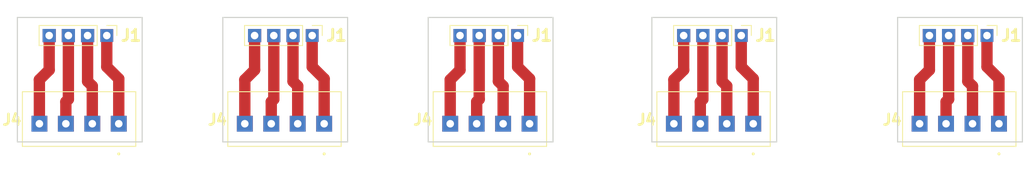
<source format=kicad_pcb>
(kicad_pcb (version 4) (host pcbnew 4.0.7)

  (general
    (links 4)
    (no_connects 4)
    (area 0 0 0 0)
    (thickness 1.6)
    (drawings 20)
    (tracks 60)
    (zones 0)
    (modules 10)
    (nets 5)
  )

  (page A4)
  (layers
    (0 F.Cu signal)
    (31 B.Cu signal)
    (32 B.Adhes user)
    (33 F.Adhes user)
    (34 B.Paste user)
    (35 F.Paste user)
    (36 B.SilkS user)
    (37 F.SilkS user)
    (38 B.Mask user)
    (39 F.Mask user)
    (40 Dwgs.User user)
    (41 Cmts.User user)
    (42 Eco1.User user)
    (43 Eco2.User user)
    (44 Edge.Cuts user)
    (45 Margin user)
    (46 B.CrtYd user)
    (47 F.CrtYd user)
    (48 B.Fab user)
    (49 F.Fab user)
  )

  (setup
    (last_trace_width 1.5)
    (user_trace_width 1.4)
    (user_trace_width 1.5)
    (user_trace_width 1.6)
    (user_trace_width 1.8)
    (trace_clearance 0.2)
    (zone_clearance 0.508)
    (zone_45_only no)
    (trace_min 0.2)
    (segment_width 0.2)
    (edge_width 0.15)
    (via_size 0.6)
    (via_drill 0.4)
    (via_min_size 0.4)
    (via_min_drill 0.3)
    (uvia_size 0.3)
    (uvia_drill 0.1)
    (uvias_allowed no)
    (uvia_min_size 0.2)
    (uvia_min_drill 0.1)
    (pcb_text_width 0.3)
    (pcb_text_size 1.5 1.5)
    (mod_edge_width 0.15)
    (mod_text_size 1 1)
    (mod_text_width 0.15)
    (pad_size 2.1 2.1)
    (pad_drill 1)
    (pad_to_mask_clearance 0.2)
    (aux_axis_origin 0 0)
    (visible_elements FFFFFF7F)
    (pcbplotparams
      (layerselection 0x00030_80000001)
      (usegerberextensions false)
      (excludeedgelayer true)
      (linewidth 0.100000)
      (plotframeref false)
      (viasonmask false)
      (mode 1)
      (useauxorigin false)
      (hpglpennumber 1)
      (hpglpenspeed 20)
      (hpglpendiameter 15)
      (hpglpenoverlay 2)
      (psnegative false)
      (psa4output false)
      (plotreference true)
      (plotvalue true)
      (plotinvisibletext false)
      (padsonsilk false)
      (subtractmaskfromsilk false)
      (outputformat 1)
      (mirror false)
      (drillshape 1)
      (scaleselection 1)
      (outputdirectory ""))
  )

  (net 0 "")
  (net 1 "Net-(J1-Pad1)")
  (net 2 "Net-(J1-Pad2)")
  (net 3 "Net-(J1-Pad3)")
  (net 4 "Net-(J1-Pad4)")

  (net_class Default "This is the default net class."
    (clearance 0.2)
    (trace_width 0.25)
    (via_dia 0.6)
    (via_drill 0.4)
    (uvia_dia 0.3)
    (uvia_drill 0.1)
    (add_net "Net-(J1-Pad1)")
    (add_net "Net-(J1-Pad2)")
    (add_net "Net-(J1-Pad3)")
    (add_net "Net-(J1-Pad4)")
  )

  (module Pin_Headers:Pin_Header_Straight_1x04_Pitch2.54mm (layer F.Cu) (tedit 63C11CAE) (tstamp 63C11F0C)
    (at 199.786904 79.997462 270)
    (descr "Through hole straight pin header, 1x04, 2.54mm pitch, single row")
    (tags "Through hole pin header THT 1x04 2.54mm single row")
    (path /63C11A77)
    (fp_text reference J1 (at -0.010322 -3.217516 360) (layer F.SilkS)
      (effects (font (size 1.5 1.5) (thickness 0.375)))
    )
    (fp_text value SENSOR_FOOT (at -3.180242 3.498244 360) (layer F.Fab)
      (effects (font (size 1.5 1.5) (thickness 0.375)))
    )
    (fp_line (start -0.635 -1.27) (end 1.27 -1.27) (layer F.Fab) (width 0.1))
    (fp_line (start 1.27 -1.27) (end 1.27 8.89) (layer F.Fab) (width 0.1))
    (fp_line (start 1.27 8.89) (end -1.27 8.89) (layer F.Fab) (width 0.1))
    (fp_line (start -1.27 8.89) (end -1.27 -0.635) (layer F.Fab) (width 0.1))
    (fp_line (start -1.27 -0.635) (end -0.635 -1.27) (layer F.Fab) (width 0.1))
    (fp_line (start -1.33 8.95) (end 1.33 8.95) (layer F.SilkS) (width 0.12))
    (fp_line (start -1.33 1.27) (end -1.33 8.95) (layer F.SilkS) (width 0.12))
    (fp_line (start 1.33 1.27) (end 1.33 8.95) (layer F.SilkS) (width 0.12))
    (fp_line (start -1.33 1.27) (end 1.33 1.27) (layer F.SilkS) (width 0.12))
    (fp_line (start -1.33 0) (end -1.33 -1.33) (layer F.SilkS) (width 0.12))
    (fp_line (start -1.33 -1.33) (end 0 -1.33) (layer F.SilkS) (width 0.12))
    (fp_line (start -1.8 -1.8) (end -1.8 9.4) (layer F.CrtYd) (width 0.05))
    (fp_line (start -1.8 9.4) (end 1.8 9.4) (layer F.CrtYd) (width 0.05))
    (fp_line (start 1.8 9.4) (end 1.8 -1.8) (layer F.CrtYd) (width 0.05))
    (fp_line (start 1.8 -1.8) (end -1.8 -1.8) (layer F.CrtYd) (width 0.05))
    (fp_text user "" (at 0 3.81 360) (layer F.Fab)
      (effects (font (size 1 1) (thickness 0.15)))
    )
    (pad 1 thru_hole rect (at 0 0 270) (size 1.7 1.7) (drill 1) (layers *.Cu *.Mask)
      (net 1 "Net-(J1-Pad1)"))
    (pad 2 thru_hole rect (at 0 2.54 270) (size 1.75 1.75) (drill 1) (layers *.Cu *.Mask)
      (net 2 "Net-(J1-Pad2)"))
    (pad 3 thru_hole rect (at 0 5.08 270) (size 1.75 1.75) (drill 1) (layers *.Cu *.Mask)
      (net 3 "Net-(J1-Pad3)"))
    (pad 4 thru_hole rect (at 0 7.62 270) (size 1.75 1.75) (drill 1) (layers *.Cu *.Mask)
      (net 4 "Net-(J1-Pad4)"))
    (model ${KISYS3DMOD}/Pin_Headers.3dshapes/Pin_Header_Straight_1x04_Pitch2.54mm.wrl
      (at (xyz 0 0 0))
      (scale (xyz 1 1 1))
      (rotate (xyz 0 0 0))
    )
  )

  (module libraries:TE_284514-4 (layer F.Cu) (tedit 63C11D01) (tstamp 63C11EF7)
    (at 196.12084 91.70162 180)
    (path /63C11981)
    (fp_text reference J4 (at 8.87712 0.52832 180) (layer F.SilkS)
      (effects (font (size 1.4 1.4) (thickness 0.35)))
    )
    (fp_text value HCSRO4_FOOT (at 0.053824 -4.998558 180) (layer F.Fab)
      (effects (font (size 1.5 1.5) (thickness 0.375)))
    )
    (fp_line (start -7.5 4.25) (end -7.5 -3) (layer F.Fab) (width 0.127))
    (fp_line (start -7.5 -3) (end 7.5 -3) (layer F.Fab) (width 0.127))
    (fp_line (start 7.5 -3) (end 7.5 4.25) (layer F.Fab) (width 0.127))
    (fp_line (start 7.5 4.25) (end -7.5 4.25) (layer F.Fab) (width 0.127))
    (fp_line (start -7.5 4.25) (end -7.5 -3) (layer F.SilkS) (width 0.127))
    (fp_line (start -7.5 -3) (end 7.5 -3) (layer F.SilkS) (width 0.127))
    (fp_line (start 7.5 -3) (end 7.5 4.25) (layer F.SilkS) (width 0.127))
    (fp_line (start 7.5 4.25) (end -7.5 4.25) (layer F.SilkS) (width 0.127))
    (fp_line (start -7.75 4.5) (end -7.75 -3.25) (layer F.CrtYd) (width 0.05))
    (fp_line (start -7.75 -3.25) (end 7.75 -3.25) (layer F.CrtYd) (width 0.05))
    (fp_line (start 7.75 -3.25) (end 7.75 4.5) (layer F.CrtYd) (width 0.05))
    (fp_line (start 7.75 4.5) (end -7.75 4.5) (layer F.CrtYd) (width 0.05))
    (fp_circle (center -5.25 -4) (end -5.15 -4) (layer F.SilkS) (width 0.2))
    (fp_circle (center -5.25 -4) (end -5.15 -4) (layer F.Fab) (width 0.2))
    (pad 1 thru_hole rect (at -5.25 0 180) (size 2.1 2.1) (drill 1) (layers *.Cu *.Mask)
      (net 1 "Net-(J1-Pad1)"))
    (pad 2 thru_hole rect (at -1.75 0 180) (size 2.1 2.1) (drill 1) (layers *.Cu *.Mask)
      (net 2 "Net-(J1-Pad2)"))
    (pad 3 thru_hole rect (at 1.75 0 180) (size 2.1 2.1) (drill 1) (layers *.Cu *.Mask)
      (net 3 "Net-(J1-Pad3)"))
    (pad 4 thru_hole rect (at 5.25 0 180) (size 2.1 2.1) (drill 1) (layers *.Cu *.Mask)
      (net 4 "Net-(J1-Pad4)"))
  )

  (module Pin_Headers:Pin_Header_Straight_1x04_Pitch2.54mm (layer F.Cu) (tedit 63C11CAE) (tstamp 63C11EE0)
    (at 167.274904 79.997462 270)
    (descr "Through hole straight pin header, 1x04, 2.54mm pitch, single row")
    (tags "Through hole pin header THT 1x04 2.54mm single row")
    (path /63C11A77)
    (fp_text reference J1 (at -0.010322 -3.217516 360) (layer F.SilkS)
      (effects (font (size 1.5 1.5) (thickness 0.375)))
    )
    (fp_text value SENSOR_FOOT (at -3.180242 3.498244 360) (layer F.Fab)
      (effects (font (size 1.5 1.5) (thickness 0.375)))
    )
    (fp_line (start -0.635 -1.27) (end 1.27 -1.27) (layer F.Fab) (width 0.1))
    (fp_line (start 1.27 -1.27) (end 1.27 8.89) (layer F.Fab) (width 0.1))
    (fp_line (start 1.27 8.89) (end -1.27 8.89) (layer F.Fab) (width 0.1))
    (fp_line (start -1.27 8.89) (end -1.27 -0.635) (layer F.Fab) (width 0.1))
    (fp_line (start -1.27 -0.635) (end -0.635 -1.27) (layer F.Fab) (width 0.1))
    (fp_line (start -1.33 8.95) (end 1.33 8.95) (layer F.SilkS) (width 0.12))
    (fp_line (start -1.33 1.27) (end -1.33 8.95) (layer F.SilkS) (width 0.12))
    (fp_line (start 1.33 1.27) (end 1.33 8.95) (layer F.SilkS) (width 0.12))
    (fp_line (start -1.33 1.27) (end 1.33 1.27) (layer F.SilkS) (width 0.12))
    (fp_line (start -1.33 0) (end -1.33 -1.33) (layer F.SilkS) (width 0.12))
    (fp_line (start -1.33 -1.33) (end 0 -1.33) (layer F.SilkS) (width 0.12))
    (fp_line (start -1.8 -1.8) (end -1.8 9.4) (layer F.CrtYd) (width 0.05))
    (fp_line (start -1.8 9.4) (end 1.8 9.4) (layer F.CrtYd) (width 0.05))
    (fp_line (start 1.8 9.4) (end 1.8 -1.8) (layer F.CrtYd) (width 0.05))
    (fp_line (start 1.8 -1.8) (end -1.8 -1.8) (layer F.CrtYd) (width 0.05))
    (fp_text user "" (at 0 3.81 360) (layer F.Fab)
      (effects (font (size 1 1) (thickness 0.15)))
    )
    (pad 1 thru_hole rect (at 0 0 270) (size 1.7 1.7) (drill 1) (layers *.Cu *.Mask)
      (net 1 "Net-(J1-Pad1)"))
    (pad 2 thru_hole rect (at 0 2.54 270) (size 1.75 1.75) (drill 1) (layers *.Cu *.Mask)
      (net 2 "Net-(J1-Pad2)"))
    (pad 3 thru_hole rect (at 0 5.08 270) (size 1.75 1.75) (drill 1) (layers *.Cu *.Mask)
      (net 3 "Net-(J1-Pad3)"))
    (pad 4 thru_hole rect (at 0 7.62 270) (size 1.75 1.75) (drill 1) (layers *.Cu *.Mask)
      (net 4 "Net-(J1-Pad4)"))
    (model ${KISYS3DMOD}/Pin_Headers.3dshapes/Pin_Header_Straight_1x04_Pitch2.54mm.wrl
      (at (xyz 0 0 0))
      (scale (xyz 1 1 1))
      (rotate (xyz 0 0 0))
    )
  )

  (module libraries:TE_284514-4 (layer F.Cu) (tedit 63C11D01) (tstamp 63C11ECB)
    (at 163.60884 91.70162 180)
    (path /63C11981)
    (fp_text reference J4 (at 8.87712 0.52832 180) (layer F.SilkS)
      (effects (font (size 1.4 1.4) (thickness 0.35)))
    )
    (fp_text value HCSRO4_FOOT (at 0.053824 -4.998558 180) (layer F.Fab)
      (effects (font (size 1.5 1.5) (thickness 0.375)))
    )
    (fp_line (start -7.5 4.25) (end -7.5 -3) (layer F.Fab) (width 0.127))
    (fp_line (start -7.5 -3) (end 7.5 -3) (layer F.Fab) (width 0.127))
    (fp_line (start 7.5 -3) (end 7.5 4.25) (layer F.Fab) (width 0.127))
    (fp_line (start 7.5 4.25) (end -7.5 4.25) (layer F.Fab) (width 0.127))
    (fp_line (start -7.5 4.25) (end -7.5 -3) (layer F.SilkS) (width 0.127))
    (fp_line (start -7.5 -3) (end 7.5 -3) (layer F.SilkS) (width 0.127))
    (fp_line (start 7.5 -3) (end 7.5 4.25) (layer F.SilkS) (width 0.127))
    (fp_line (start 7.5 4.25) (end -7.5 4.25) (layer F.SilkS) (width 0.127))
    (fp_line (start -7.75 4.5) (end -7.75 -3.25) (layer F.CrtYd) (width 0.05))
    (fp_line (start -7.75 -3.25) (end 7.75 -3.25) (layer F.CrtYd) (width 0.05))
    (fp_line (start 7.75 -3.25) (end 7.75 4.5) (layer F.CrtYd) (width 0.05))
    (fp_line (start 7.75 4.5) (end -7.75 4.5) (layer F.CrtYd) (width 0.05))
    (fp_circle (center -5.25 -4) (end -5.15 -4) (layer F.SilkS) (width 0.2))
    (fp_circle (center -5.25 -4) (end -5.15 -4) (layer F.Fab) (width 0.2))
    (pad 1 thru_hole rect (at -5.25 0 180) (size 2.1 2.1) (drill 1) (layers *.Cu *.Mask)
      (net 1 "Net-(J1-Pad1)"))
    (pad 2 thru_hole rect (at -1.75 0 180) (size 2.1 2.1) (drill 1) (layers *.Cu *.Mask)
      (net 2 "Net-(J1-Pad2)"))
    (pad 3 thru_hole rect (at 1.75 0 180) (size 2.1 2.1) (drill 1) (layers *.Cu *.Mask)
      (net 3 "Net-(J1-Pad3)"))
    (pad 4 thru_hole rect (at 5.25 0 180) (size 2.1 2.1) (drill 1) (layers *.Cu *.Mask)
      (net 4 "Net-(J1-Pad4)"))
  )

  (module Pin_Headers:Pin_Header_Straight_1x04_Pitch2.54mm (layer F.Cu) (tedit 63C11CAE) (tstamp 63C11EB4)
    (at 137.683904 79.997462 270)
    (descr "Through hole straight pin header, 1x04, 2.54mm pitch, single row")
    (tags "Through hole pin header THT 1x04 2.54mm single row")
    (path /63C11A77)
    (fp_text reference J1 (at -0.010322 -3.217516 360) (layer F.SilkS)
      (effects (font (size 1.5 1.5) (thickness 0.375)))
    )
    (fp_text value SENSOR_FOOT (at -3.180242 3.498244 360) (layer F.Fab)
      (effects (font (size 1.5 1.5) (thickness 0.375)))
    )
    (fp_line (start -0.635 -1.27) (end 1.27 -1.27) (layer F.Fab) (width 0.1))
    (fp_line (start 1.27 -1.27) (end 1.27 8.89) (layer F.Fab) (width 0.1))
    (fp_line (start 1.27 8.89) (end -1.27 8.89) (layer F.Fab) (width 0.1))
    (fp_line (start -1.27 8.89) (end -1.27 -0.635) (layer F.Fab) (width 0.1))
    (fp_line (start -1.27 -0.635) (end -0.635 -1.27) (layer F.Fab) (width 0.1))
    (fp_line (start -1.33 8.95) (end 1.33 8.95) (layer F.SilkS) (width 0.12))
    (fp_line (start -1.33 1.27) (end -1.33 8.95) (layer F.SilkS) (width 0.12))
    (fp_line (start 1.33 1.27) (end 1.33 8.95) (layer F.SilkS) (width 0.12))
    (fp_line (start -1.33 1.27) (end 1.33 1.27) (layer F.SilkS) (width 0.12))
    (fp_line (start -1.33 0) (end -1.33 -1.33) (layer F.SilkS) (width 0.12))
    (fp_line (start -1.33 -1.33) (end 0 -1.33) (layer F.SilkS) (width 0.12))
    (fp_line (start -1.8 -1.8) (end -1.8 9.4) (layer F.CrtYd) (width 0.05))
    (fp_line (start -1.8 9.4) (end 1.8 9.4) (layer F.CrtYd) (width 0.05))
    (fp_line (start 1.8 9.4) (end 1.8 -1.8) (layer F.CrtYd) (width 0.05))
    (fp_line (start 1.8 -1.8) (end -1.8 -1.8) (layer F.CrtYd) (width 0.05))
    (fp_text user "" (at 0 3.81 360) (layer F.Fab)
      (effects (font (size 1 1) (thickness 0.15)))
    )
    (pad 1 thru_hole rect (at 0 0 270) (size 1.7 1.7) (drill 1) (layers *.Cu *.Mask)
      (net 1 "Net-(J1-Pad1)"))
    (pad 2 thru_hole rect (at 0 2.54 270) (size 1.75 1.75) (drill 1) (layers *.Cu *.Mask)
      (net 2 "Net-(J1-Pad2)"))
    (pad 3 thru_hole rect (at 0 5.08 270) (size 1.75 1.75) (drill 1) (layers *.Cu *.Mask)
      (net 3 "Net-(J1-Pad3)"))
    (pad 4 thru_hole rect (at 0 7.62 270) (size 1.75 1.75) (drill 1) (layers *.Cu *.Mask)
      (net 4 "Net-(J1-Pad4)"))
    (model ${KISYS3DMOD}/Pin_Headers.3dshapes/Pin_Header_Straight_1x04_Pitch2.54mm.wrl
      (at (xyz 0 0 0))
      (scale (xyz 1 1 1))
      (rotate (xyz 0 0 0))
    )
  )

  (module libraries:TE_284514-4 (layer F.Cu) (tedit 63C11D01) (tstamp 63C11E9F)
    (at 134.01784 91.70162 180)
    (path /63C11981)
    (fp_text reference J4 (at 8.87712 0.52832 180) (layer F.SilkS)
      (effects (font (size 1.4 1.4) (thickness 0.35)))
    )
    (fp_text value HCSRO4_FOOT (at 0.053824 -4.998558 180) (layer F.Fab)
      (effects (font (size 1.5 1.5) (thickness 0.375)))
    )
    (fp_line (start -7.5 4.25) (end -7.5 -3) (layer F.Fab) (width 0.127))
    (fp_line (start -7.5 -3) (end 7.5 -3) (layer F.Fab) (width 0.127))
    (fp_line (start 7.5 -3) (end 7.5 4.25) (layer F.Fab) (width 0.127))
    (fp_line (start 7.5 4.25) (end -7.5 4.25) (layer F.Fab) (width 0.127))
    (fp_line (start -7.5 4.25) (end -7.5 -3) (layer F.SilkS) (width 0.127))
    (fp_line (start -7.5 -3) (end 7.5 -3) (layer F.SilkS) (width 0.127))
    (fp_line (start 7.5 -3) (end 7.5 4.25) (layer F.SilkS) (width 0.127))
    (fp_line (start 7.5 4.25) (end -7.5 4.25) (layer F.SilkS) (width 0.127))
    (fp_line (start -7.75 4.5) (end -7.75 -3.25) (layer F.CrtYd) (width 0.05))
    (fp_line (start -7.75 -3.25) (end 7.75 -3.25) (layer F.CrtYd) (width 0.05))
    (fp_line (start 7.75 -3.25) (end 7.75 4.5) (layer F.CrtYd) (width 0.05))
    (fp_line (start 7.75 4.5) (end -7.75 4.5) (layer F.CrtYd) (width 0.05))
    (fp_circle (center -5.25 -4) (end -5.15 -4) (layer F.SilkS) (width 0.2))
    (fp_circle (center -5.25 -4) (end -5.15 -4) (layer F.Fab) (width 0.2))
    (pad 1 thru_hole rect (at -5.25 0 180) (size 2.1 2.1) (drill 1) (layers *.Cu *.Mask)
      (net 1 "Net-(J1-Pad1)"))
    (pad 2 thru_hole rect (at -1.75 0 180) (size 2.1 2.1) (drill 1) (layers *.Cu *.Mask)
      (net 2 "Net-(J1-Pad2)"))
    (pad 3 thru_hole rect (at 1.75 0 180) (size 2.1 2.1) (drill 1) (layers *.Cu *.Mask)
      (net 3 "Net-(J1-Pad3)"))
    (pad 4 thru_hole rect (at 5.25 0 180) (size 2.1 2.1) (drill 1) (layers *.Cu *.Mask)
      (net 4 "Net-(J1-Pad4)"))
  )

  (module Pin_Headers:Pin_Header_Straight_1x04_Pitch2.54mm (layer F.Cu) (tedit 63C11CAE) (tstamp 63C11E88)
    (at 110.505904 79.997462 270)
    (descr "Through hole straight pin header, 1x04, 2.54mm pitch, single row")
    (tags "Through hole pin header THT 1x04 2.54mm single row")
    (path /63C11A77)
    (fp_text reference J1 (at -0.010322 -3.217516 360) (layer F.SilkS)
      (effects (font (size 1.5 1.5) (thickness 0.375)))
    )
    (fp_text value SENSOR_FOOT (at -3.180242 3.498244 360) (layer F.Fab)
      (effects (font (size 1.5 1.5) (thickness 0.375)))
    )
    (fp_line (start -0.635 -1.27) (end 1.27 -1.27) (layer F.Fab) (width 0.1))
    (fp_line (start 1.27 -1.27) (end 1.27 8.89) (layer F.Fab) (width 0.1))
    (fp_line (start 1.27 8.89) (end -1.27 8.89) (layer F.Fab) (width 0.1))
    (fp_line (start -1.27 8.89) (end -1.27 -0.635) (layer F.Fab) (width 0.1))
    (fp_line (start -1.27 -0.635) (end -0.635 -1.27) (layer F.Fab) (width 0.1))
    (fp_line (start -1.33 8.95) (end 1.33 8.95) (layer F.SilkS) (width 0.12))
    (fp_line (start -1.33 1.27) (end -1.33 8.95) (layer F.SilkS) (width 0.12))
    (fp_line (start 1.33 1.27) (end 1.33 8.95) (layer F.SilkS) (width 0.12))
    (fp_line (start -1.33 1.27) (end 1.33 1.27) (layer F.SilkS) (width 0.12))
    (fp_line (start -1.33 0) (end -1.33 -1.33) (layer F.SilkS) (width 0.12))
    (fp_line (start -1.33 -1.33) (end 0 -1.33) (layer F.SilkS) (width 0.12))
    (fp_line (start -1.8 -1.8) (end -1.8 9.4) (layer F.CrtYd) (width 0.05))
    (fp_line (start -1.8 9.4) (end 1.8 9.4) (layer F.CrtYd) (width 0.05))
    (fp_line (start 1.8 9.4) (end 1.8 -1.8) (layer F.CrtYd) (width 0.05))
    (fp_line (start 1.8 -1.8) (end -1.8 -1.8) (layer F.CrtYd) (width 0.05))
    (fp_text user "" (at 0 3.81 360) (layer F.Fab)
      (effects (font (size 1 1) (thickness 0.15)))
    )
    (pad 1 thru_hole rect (at 0 0 270) (size 1.7 1.7) (drill 1) (layers *.Cu *.Mask)
      (net 1 "Net-(J1-Pad1)"))
    (pad 2 thru_hole rect (at 0 2.54 270) (size 1.75 1.75) (drill 1) (layers *.Cu *.Mask)
      (net 2 "Net-(J1-Pad2)"))
    (pad 3 thru_hole rect (at 0 5.08 270) (size 1.75 1.75) (drill 1) (layers *.Cu *.Mask)
      (net 3 "Net-(J1-Pad3)"))
    (pad 4 thru_hole rect (at 0 7.62 270) (size 1.75 1.75) (drill 1) (layers *.Cu *.Mask)
      (net 4 "Net-(J1-Pad4)"))
    (model ${KISYS3DMOD}/Pin_Headers.3dshapes/Pin_Header_Straight_1x04_Pitch2.54mm.wrl
      (at (xyz 0 0 0))
      (scale (xyz 1 1 1))
      (rotate (xyz 0 0 0))
    )
  )

  (module libraries:TE_284514-4 (layer F.Cu) (tedit 63C11D01) (tstamp 63C11E73)
    (at 106.83984 91.70162 180)
    (path /63C11981)
    (fp_text reference J4 (at 8.87712 0.52832 180) (layer F.SilkS)
      (effects (font (size 1.4 1.4) (thickness 0.35)))
    )
    (fp_text value HCSRO4_FOOT (at 0.053824 -4.998558 180) (layer F.Fab)
      (effects (font (size 1.5 1.5) (thickness 0.375)))
    )
    (fp_line (start -7.5 4.25) (end -7.5 -3) (layer F.Fab) (width 0.127))
    (fp_line (start -7.5 -3) (end 7.5 -3) (layer F.Fab) (width 0.127))
    (fp_line (start 7.5 -3) (end 7.5 4.25) (layer F.Fab) (width 0.127))
    (fp_line (start 7.5 4.25) (end -7.5 4.25) (layer F.Fab) (width 0.127))
    (fp_line (start -7.5 4.25) (end -7.5 -3) (layer F.SilkS) (width 0.127))
    (fp_line (start -7.5 -3) (end 7.5 -3) (layer F.SilkS) (width 0.127))
    (fp_line (start 7.5 -3) (end 7.5 4.25) (layer F.SilkS) (width 0.127))
    (fp_line (start 7.5 4.25) (end -7.5 4.25) (layer F.SilkS) (width 0.127))
    (fp_line (start -7.75 4.5) (end -7.75 -3.25) (layer F.CrtYd) (width 0.05))
    (fp_line (start -7.75 -3.25) (end 7.75 -3.25) (layer F.CrtYd) (width 0.05))
    (fp_line (start 7.75 -3.25) (end 7.75 4.5) (layer F.CrtYd) (width 0.05))
    (fp_line (start 7.75 4.5) (end -7.75 4.5) (layer F.CrtYd) (width 0.05))
    (fp_circle (center -5.25 -4) (end -5.15 -4) (layer F.SilkS) (width 0.2))
    (fp_circle (center -5.25 -4) (end -5.15 -4) (layer F.Fab) (width 0.2))
    (pad 1 thru_hole rect (at -5.25 0 180) (size 2.1 2.1) (drill 1) (layers *.Cu *.Mask)
      (net 1 "Net-(J1-Pad1)"))
    (pad 2 thru_hole rect (at -1.75 0 180) (size 2.1 2.1) (drill 1) (layers *.Cu *.Mask)
      (net 2 "Net-(J1-Pad2)"))
    (pad 3 thru_hole rect (at 1.75 0 180) (size 2.1 2.1) (drill 1) (layers *.Cu *.Mask)
      (net 3 "Net-(J1-Pad3)"))
    (pad 4 thru_hole rect (at 5.25 0 180) (size 2.1 2.1) (drill 1) (layers *.Cu *.Mask)
      (net 4 "Net-(J1-Pad4)"))
  )

  (module Pin_Headers:Pin_Header_Straight_1x04_Pitch2.54mm (layer F.Cu) (tedit 63C11CAE) (tstamp 63C11BC2)
    (at 83.327904 79.997462 270)
    (descr "Through hole straight pin header, 1x04, 2.54mm pitch, single row")
    (tags "Through hole pin header THT 1x04 2.54mm single row")
    (path /63C11A77)
    (fp_text reference J1 (at -0.010322 -3.217516 360) (layer F.SilkS)
      (effects (font (size 1.5 1.5) (thickness 0.375)))
    )
    (fp_text value SENSOR_FOOT (at -3.180242 3.498244 360) (layer F.Fab)
      (effects (font (size 1.5 1.5) (thickness 0.375)))
    )
    (fp_line (start -0.635 -1.27) (end 1.27 -1.27) (layer F.Fab) (width 0.1))
    (fp_line (start 1.27 -1.27) (end 1.27 8.89) (layer F.Fab) (width 0.1))
    (fp_line (start 1.27 8.89) (end -1.27 8.89) (layer F.Fab) (width 0.1))
    (fp_line (start -1.27 8.89) (end -1.27 -0.635) (layer F.Fab) (width 0.1))
    (fp_line (start -1.27 -0.635) (end -0.635 -1.27) (layer F.Fab) (width 0.1))
    (fp_line (start -1.33 8.95) (end 1.33 8.95) (layer F.SilkS) (width 0.12))
    (fp_line (start -1.33 1.27) (end -1.33 8.95) (layer F.SilkS) (width 0.12))
    (fp_line (start 1.33 1.27) (end 1.33 8.95) (layer F.SilkS) (width 0.12))
    (fp_line (start -1.33 1.27) (end 1.33 1.27) (layer F.SilkS) (width 0.12))
    (fp_line (start -1.33 0) (end -1.33 -1.33) (layer F.SilkS) (width 0.12))
    (fp_line (start -1.33 -1.33) (end 0 -1.33) (layer F.SilkS) (width 0.12))
    (fp_line (start -1.8 -1.8) (end -1.8 9.4) (layer F.CrtYd) (width 0.05))
    (fp_line (start -1.8 9.4) (end 1.8 9.4) (layer F.CrtYd) (width 0.05))
    (fp_line (start 1.8 9.4) (end 1.8 -1.8) (layer F.CrtYd) (width 0.05))
    (fp_line (start 1.8 -1.8) (end -1.8 -1.8) (layer F.CrtYd) (width 0.05))
    (fp_text user "" (at 0 3.81 360) (layer F.Fab)
      (effects (font (size 1 1) (thickness 0.15)))
    )
    (pad 1 thru_hole rect (at 0 0 270) (size 1.7 1.7) (drill 1) (layers *.Cu *.Mask)
      (net 1 "Net-(J1-Pad1)"))
    (pad 2 thru_hole rect (at 0 2.54 270) (size 1.75 1.75) (drill 1) (layers *.Cu *.Mask)
      (net 2 "Net-(J1-Pad2)"))
    (pad 3 thru_hole rect (at 0 5.08 270) (size 1.75 1.75) (drill 1) (layers *.Cu *.Mask)
      (net 3 "Net-(J1-Pad3)"))
    (pad 4 thru_hole rect (at 0 7.62 270) (size 1.75 1.75) (drill 1) (layers *.Cu *.Mask)
      (net 4 "Net-(J1-Pad4)"))
    (model ${KISYS3DMOD}/Pin_Headers.3dshapes/Pin_Header_Straight_1x04_Pitch2.54mm.wrl
      (at (xyz 0 0 0))
      (scale (xyz 1 1 1))
      (rotate (xyz 0 0 0))
    )
  )

  (module libraries:TE_284514-4 (layer F.Cu) (tedit 63C11D01) (tstamp 63C11BCA)
    (at 79.66184 91.70162 180)
    (path /63C11981)
    (fp_text reference J4 (at 8.87712 0.52832 180) (layer F.SilkS)
      (effects (font (size 1.4 1.4) (thickness 0.35)))
    )
    (fp_text value HCSRO4_FOOT (at 0.053824 -4.998558 180) (layer F.Fab)
      (effects (font (size 1.5 1.5) (thickness 0.375)))
    )
    (fp_line (start -7.5 4.25) (end -7.5 -3) (layer F.Fab) (width 0.127))
    (fp_line (start -7.5 -3) (end 7.5 -3) (layer F.Fab) (width 0.127))
    (fp_line (start 7.5 -3) (end 7.5 4.25) (layer F.Fab) (width 0.127))
    (fp_line (start 7.5 4.25) (end -7.5 4.25) (layer F.Fab) (width 0.127))
    (fp_line (start -7.5 4.25) (end -7.5 -3) (layer F.SilkS) (width 0.127))
    (fp_line (start -7.5 -3) (end 7.5 -3) (layer F.SilkS) (width 0.127))
    (fp_line (start 7.5 -3) (end 7.5 4.25) (layer F.SilkS) (width 0.127))
    (fp_line (start 7.5 4.25) (end -7.5 4.25) (layer F.SilkS) (width 0.127))
    (fp_line (start -7.75 4.5) (end -7.75 -3.25) (layer F.CrtYd) (width 0.05))
    (fp_line (start -7.75 -3.25) (end 7.75 -3.25) (layer F.CrtYd) (width 0.05))
    (fp_line (start 7.75 -3.25) (end 7.75 4.5) (layer F.CrtYd) (width 0.05))
    (fp_line (start 7.75 4.5) (end -7.75 4.5) (layer F.CrtYd) (width 0.05))
    (fp_circle (center -5.25 -4) (end -5.15 -4) (layer F.SilkS) (width 0.2))
    (fp_circle (center -5.25 -4) (end -5.15 -4) (layer F.Fab) (width 0.2))
    (pad 1 thru_hole rect (at -5.25 0 180) (size 2.1 2.1) (drill 1) (layers *.Cu *.Mask)
      (net 1 "Net-(J1-Pad1)"))
    (pad 2 thru_hole rect (at -1.75 0 180) (size 2.1 2.1) (drill 1) (layers *.Cu *.Mask)
      (net 2 "Net-(J1-Pad2)"))
    (pad 3 thru_hole rect (at 1.75 0 180) (size 2.1 2.1) (drill 1) (layers *.Cu *.Mask)
      (net 3 "Net-(J1-Pad3)"))
    (pad 4 thru_hole rect (at 5.25 0 180) (size 2.1 2.1) (drill 1) (layers *.Cu *.Mask)
      (net 4 "Net-(J1-Pad4)"))
  )

  (gr_line (start 204.47 94.107) (end 187.96 94.107) (layer Edge.Cuts) (width 0.15) (tstamp 63C11EEA))
  (gr_line (start 204.47 77.597) (end 204.47 94.107) (layer Edge.Cuts) (width 0.15) (tstamp 63C11EE9))
  (gr_line (start 187.96 77.597) (end 204.47 77.597) (layer Edge.Cuts) (width 0.15) (tstamp 63C11EE8))
  (gr_line (start 187.96 94.107) (end 187.96 77.597) (layer Edge.Cuts) (width 0.15) (tstamp 63C11EE7))
  (gr_line (start 171.958 94.107) (end 155.448 94.107) (layer Edge.Cuts) (width 0.15) (tstamp 63C11EBE))
  (gr_line (start 171.958 77.597) (end 171.958 94.107) (layer Edge.Cuts) (width 0.15) (tstamp 63C11EBD))
  (gr_line (start 155.448 77.597) (end 171.958 77.597) (layer Edge.Cuts) (width 0.15) (tstamp 63C11EBC))
  (gr_line (start 155.448 94.107) (end 155.448 77.597) (layer Edge.Cuts) (width 0.15) (tstamp 63C11EBB))
  (gr_line (start 142.367 94.107) (end 125.857 94.107) (layer Edge.Cuts) (width 0.15) (tstamp 63C11E92))
  (gr_line (start 142.367 77.597) (end 142.367 94.107) (layer Edge.Cuts) (width 0.15) (tstamp 63C11E91))
  (gr_line (start 125.857 77.597) (end 142.367 77.597) (layer Edge.Cuts) (width 0.15) (tstamp 63C11E90))
  (gr_line (start 125.857 94.107) (end 125.857 77.597) (layer Edge.Cuts) (width 0.15) (tstamp 63C11E8F))
  (gr_line (start 115.189 94.107) (end 98.679 94.107) (layer Edge.Cuts) (width 0.15) (tstamp 63C11E66))
  (gr_line (start 115.189 77.597) (end 115.189 94.107) (layer Edge.Cuts) (width 0.15) (tstamp 63C11E65))
  (gr_line (start 98.679 77.597) (end 115.189 77.597) (layer Edge.Cuts) (width 0.15) (tstamp 63C11E64))
  (gr_line (start 98.679 94.107) (end 98.679 77.597) (layer Edge.Cuts) (width 0.15) (tstamp 63C11E63))
  (gr_line (start 88.011 94.107) (end 71.501 94.107) (layer Edge.Cuts) (width 0.15))
  (gr_line (start 88.011 77.597) (end 88.011 94.107) (layer Edge.Cuts) (width 0.15))
  (gr_line (start 71.501 77.597) (end 88.011 77.597) (layer Edge.Cuts) (width 0.15))
  (gr_line (start 71.501 94.107) (end 71.501 77.597) (layer Edge.Cuts) (width 0.15))

  (segment (start 199.786904 79.997462) (end 199.786904 84.150864) (width 1.5) (layer F.Cu) (net 1) (tstamp 63C11EF5))
  (segment (start 199.786904 84.150864) (end 201.37084 85.7348) (width 1.5) (layer F.Cu) (net 1) (tstamp 63C11EF2))
  (segment (start 201.37084 85.7348) (end 201.37084 91.70162) (width 1.5) (layer F.Cu) (net 1) (tstamp 63C11EEC))
  (segment (start 167.274904 79.997462) (end 167.274904 84.150864) (width 1.5) (layer F.Cu) (net 1) (tstamp 63C11EC9))
  (segment (start 167.274904 84.150864) (end 168.85884 85.7348) (width 1.5) (layer F.Cu) (net 1) (tstamp 63C11EC6))
  (segment (start 168.85884 85.7348) (end 168.85884 91.70162) (width 1.5) (layer F.Cu) (net 1) (tstamp 63C11EC0))
  (segment (start 137.683904 79.997462) (end 137.683904 84.150864) (width 1.5) (layer F.Cu) (net 1) (tstamp 63C11E9D))
  (segment (start 137.683904 84.150864) (end 139.26784 85.7348) (width 1.5) (layer F.Cu) (net 1) (tstamp 63C11E9A))
  (segment (start 139.26784 85.7348) (end 139.26784 91.70162) (width 1.5) (layer F.Cu) (net 1) (tstamp 63C11E94))
  (segment (start 110.505904 79.997462) (end 110.505904 84.150864) (width 1.5) (layer F.Cu) (net 1) (tstamp 63C11E71))
  (segment (start 110.505904 84.150864) (end 112.08984 85.7348) (width 1.5) (layer F.Cu) (net 1) (tstamp 63C11E6E))
  (segment (start 112.08984 85.7348) (end 112.08984 91.70162) (width 1.5) (layer F.Cu) (net 1) (tstamp 63C11E68))
  (segment (start 83.327904 84.150864) (end 84.91184 85.7348) (width 1.5) (layer F.Cu) (net 1))
  (segment (start 84.91184 85.7348) (end 84.91184 91.70162) (width 1.5) (layer F.Cu) (net 1))
  (segment (start 83.327904 79.997462) (end 83.327904 84.150864) (width 1.5) (layer F.Cu) (net 1))
  (segment (start 197.246904 86.073644) (end 197.87084 86.69758) (width 1.5) (layer F.Cu) (net 2) (tstamp 63C11EF3))
  (segment (start 197.246904 79.997462) (end 197.246904 86.073644) (width 1.5) (layer F.Cu) (net 2) (tstamp 63C11EF1))
  (segment (start 197.87084 86.69758) (end 197.87084 91.70162) (width 1.5) (layer F.Cu) (net 2) (tstamp 63C11EEF))
  (segment (start 164.734904 86.073644) (end 165.35884 86.69758) (width 1.5) (layer F.Cu) (net 2) (tstamp 63C11EC7))
  (segment (start 164.734904 79.997462) (end 164.734904 86.073644) (width 1.5) (layer F.Cu) (net 2) (tstamp 63C11EC5))
  (segment (start 165.35884 86.69758) (end 165.35884 91.70162) (width 1.5) (layer F.Cu) (net 2) (tstamp 63C11EC3))
  (segment (start 135.143904 86.073644) (end 135.76784 86.69758) (width 1.5) (layer F.Cu) (net 2) (tstamp 63C11E9B))
  (segment (start 135.143904 79.997462) (end 135.143904 86.073644) (width 1.5) (layer F.Cu) (net 2) (tstamp 63C11E99))
  (segment (start 135.76784 86.69758) (end 135.76784 91.70162) (width 1.5) (layer F.Cu) (net 2) (tstamp 63C11E97))
  (segment (start 107.965904 86.073644) (end 108.58984 86.69758) (width 1.5) (layer F.Cu) (net 2) (tstamp 63C11E6F))
  (segment (start 107.965904 79.997462) (end 107.965904 86.073644) (width 1.5) (layer F.Cu) (net 2) (tstamp 63C11E6D))
  (segment (start 108.58984 86.69758) (end 108.58984 91.70162) (width 1.5) (layer F.Cu) (net 2) (tstamp 63C11E6B))
  (segment (start 80.787904 86.073644) (end 81.41184 86.69758) (width 1.5) (layer F.Cu) (net 2))
  (segment (start 81.41184 86.69758) (end 81.41184 91.70162) (width 1.5) (layer F.Cu) (net 2))
  (segment (start 80.787904 79.997462) (end 80.787904 86.073644) (width 1.5) (layer F.Cu) (net 2))
  (segment (start 194.706904 79.997462) (end 194.706904 88.452296) (width 1.5) (layer F.Cu) (net 3) (tstamp 63C11EF6))
  (segment (start 194.706904 88.452296) (end 194.37084 88.78836) (width 1.5) (layer F.Cu) (net 3) (tstamp 63C11EF0))
  (segment (start 194.37084 88.78836) (end 194.37084 91.70162) (width 1.5) (layer F.Cu) (net 3) (tstamp 63C11EEE))
  (segment (start 162.194904 79.997462) (end 162.194904 88.452296) (width 1.5) (layer F.Cu) (net 3) (tstamp 63C11ECA))
  (segment (start 162.194904 88.452296) (end 161.85884 88.78836) (width 1.5) (layer F.Cu) (net 3) (tstamp 63C11EC4))
  (segment (start 161.85884 88.78836) (end 161.85884 91.70162) (width 1.5) (layer F.Cu) (net 3) (tstamp 63C11EC2))
  (segment (start 132.603904 79.997462) (end 132.603904 88.452296) (width 1.5) (layer F.Cu) (net 3) (tstamp 63C11E9E))
  (segment (start 132.603904 88.452296) (end 132.26784 88.78836) (width 1.5) (layer F.Cu) (net 3) (tstamp 63C11E98))
  (segment (start 132.26784 88.78836) (end 132.26784 91.70162) (width 1.5) (layer F.Cu) (net 3) (tstamp 63C11E96))
  (segment (start 105.425904 79.997462) (end 105.425904 88.452296) (width 1.5) (layer F.Cu) (net 3) (tstamp 63C11E72))
  (segment (start 105.425904 88.452296) (end 105.08984 88.78836) (width 1.5) (layer F.Cu) (net 3) (tstamp 63C11E6C))
  (segment (start 105.08984 88.78836) (end 105.08984 91.70162) (width 1.5) (layer F.Cu) (net 3) (tstamp 63C11E6A))
  (segment (start 78.247904 88.452296) (end 77.91184 88.78836) (width 1.5) (layer F.Cu) (net 3))
  (segment (start 77.91184 88.78836) (end 77.91184 91.70162) (width 1.5) (layer F.Cu) (net 3))
  (segment (start 78.247904 79.997462) (end 78.247904 88.452296) (width 1.5) (layer F.Cu) (net 3))
  (segment (start 192.166904 79.997462) (end 192.166904 84.563556) (width 1.5) (layer F.Cu) (net 4) (tstamp 63C11EF4))
  (segment (start 190.87084 85.85962) (end 190.87084 91.70162) (width 1.5) (layer F.Cu) (net 4) (tstamp 63C11EED))
  (segment (start 192.166904 84.563556) (end 190.87084 85.85962) (width 1.5) (layer F.Cu) (net 4) (tstamp 63C11EEB))
  (segment (start 159.654904 79.997462) (end 159.654904 84.563556) (width 1.5) (layer F.Cu) (net 4) (tstamp 63C11EC8))
  (segment (start 158.35884 85.85962) (end 158.35884 91.70162) (width 1.5) (layer F.Cu) (net 4) (tstamp 63C11EC1))
  (segment (start 159.654904 84.563556) (end 158.35884 85.85962) (width 1.5) (layer F.Cu) (net 4) (tstamp 63C11EBF))
  (segment (start 130.063904 79.997462) (end 130.063904 84.563556) (width 1.5) (layer F.Cu) (net 4) (tstamp 63C11E9C))
  (segment (start 128.76784 85.85962) (end 128.76784 91.70162) (width 1.5) (layer F.Cu) (net 4) (tstamp 63C11E95))
  (segment (start 130.063904 84.563556) (end 128.76784 85.85962) (width 1.5) (layer F.Cu) (net 4) (tstamp 63C11E93))
  (segment (start 102.885904 79.997462) (end 102.885904 84.563556) (width 1.5) (layer F.Cu) (net 4) (tstamp 63C11E70))
  (segment (start 101.58984 85.85962) (end 101.58984 91.70162) (width 1.5) (layer F.Cu) (net 4) (tstamp 63C11E69))
  (segment (start 102.885904 84.563556) (end 101.58984 85.85962) (width 1.5) (layer F.Cu) (net 4) (tstamp 63C11E67))
  (segment (start 75.707904 84.563556) (end 74.41184 85.85962) (width 1.5) (layer F.Cu) (net 4))
  (segment (start 74.41184 85.85962) (end 74.41184 91.70162) (width 1.5) (layer F.Cu) (net 4))
  (segment (start 75.707904 79.997462) (end 75.707904 84.563556) (width 1.5) (layer F.Cu) (net 4))

)

</source>
